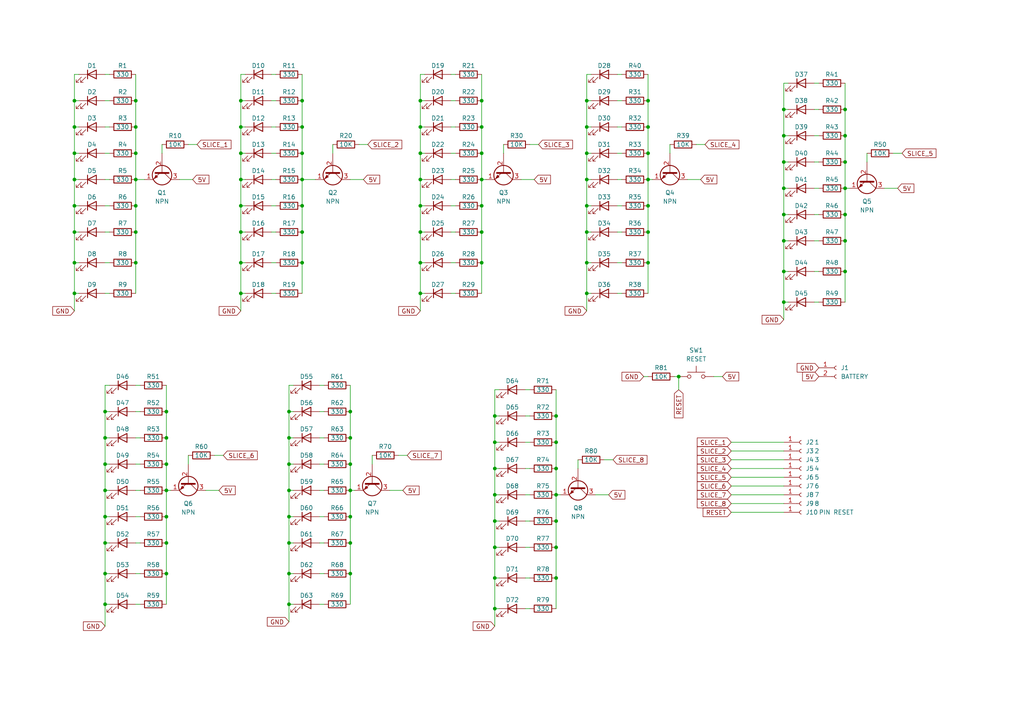
<source format=kicad_sch>
(kicad_sch (version 20211123) (generator eeschema)
  (paper "A4")
  (junction (at 101.6 149.86))
  (junction (at 87.63 36.83))
  (junction (at 227.33 31.75))
  (junction (at 83.82 127))
  (junction (at 83.82 134.62))
  (junction (at 39.37 67.31))
  (junction (at 245.11 46.99))
  (junction (at 30.48 149.86))
  (junction (at 187.96 36.83))
  (junction (at 69.85 44.45))
  (junction (at 69.85 67.31))
  (junction (at 139.7 36.83))
  (junction (at 121.92 59.69))
  (junction (at 87.63 76.2))
  (junction (at 196.85 109.22))
  (junction (at 143.51 176.53))
  (junction (at 161.29 120.65))
  (junction (at 245.11 69.85))
  (junction (at 21.59 36.83))
  (junction (at 170.18 76.2))
  (junction (at 161.29 128.27))
  (junction (at 143.51 151.13))
  (junction (at 39.37 36.83))
  (junction (at 121.92 85.09))
  (junction (at 48.26 119.38))
  (junction (at 21.59 85.09))
  (junction (at 227.33 46.99))
  (junction (at 39.37 44.45))
  (junction (at 30.48 127))
  (junction (at 48.26 142.24))
  (junction (at 161.29 151.13))
  (junction (at 227.33 54.61))
  (junction (at 69.85 36.83))
  (junction (at 245.11 31.75))
  (junction (at 69.85 76.2))
  (junction (at 30.48 166.37))
  (junction (at 101.6 157.48))
  (junction (at 69.85 52.07))
  (junction (at 21.59 59.69))
  (junction (at 48.26 166.37))
  (junction (at 187.96 67.31))
  (junction (at 245.11 39.37))
  (junction (at 143.51 120.65))
  (junction (at 187.96 59.69))
  (junction (at 227.33 69.85))
  (junction (at 48.26 157.48))
  (junction (at 170.18 59.69))
  (junction (at 245.11 54.61))
  (junction (at 139.7 59.69))
  (junction (at 121.92 29.21))
  (junction (at 139.7 76.2))
  (junction (at 143.51 158.75))
  (junction (at 69.85 85.09))
  (junction (at 143.51 128.27))
  (junction (at 170.18 85.09))
  (junction (at 121.92 44.45))
  (junction (at 83.82 175.26))
  (junction (at 227.33 39.37))
  (junction (at 30.48 142.24))
  (junction (at 30.48 157.48))
  (junction (at 83.82 119.38))
  (junction (at 83.82 157.48))
  (junction (at 170.18 52.07))
  (junction (at 170.18 36.83))
  (junction (at 87.63 59.69))
  (junction (at 21.59 52.07))
  (junction (at 30.48 119.38))
  (junction (at 83.82 142.24))
  (junction (at 101.6 119.38))
  (junction (at 139.7 67.31))
  (junction (at 39.37 59.69))
  (junction (at 139.7 29.21))
  (junction (at 30.48 134.62))
  (junction (at 87.63 67.31))
  (junction (at 227.33 62.23))
  (junction (at 48.26 149.86))
  (junction (at 39.37 52.07))
  (junction (at 161.29 143.51))
  (junction (at 21.59 76.2))
  (junction (at 161.29 167.64))
  (junction (at 170.18 29.21))
  (junction (at 101.6 134.62))
  (junction (at 83.82 166.37))
  (junction (at 143.51 167.64))
  (junction (at 143.51 135.89))
  (junction (at 121.92 67.31))
  (junction (at 21.59 44.45))
  (junction (at 245.11 78.74))
  (junction (at 227.33 87.63))
  (junction (at 39.37 76.2))
  (junction (at 83.82 149.86))
  (junction (at 21.59 67.31))
  (junction (at 227.33 78.74))
  (junction (at 69.85 59.69))
  (junction (at 101.6 166.37))
  (junction (at 143.51 143.51))
  (junction (at 101.6 127))
  (junction (at 139.7 52.07))
  (junction (at 139.7 44.45))
  (junction (at 30.48 175.26))
  (junction (at 48.26 134.62))
  (junction (at 170.18 44.45))
  (junction (at 87.63 44.45))
  (junction (at 69.85 29.21))
  (junction (at 121.92 76.2))
  (junction (at 39.37 29.21))
  (junction (at 187.96 29.21))
  (junction (at 21.59 29.21))
  (junction (at 87.63 52.07))
  (junction (at 187.96 52.07))
  (junction (at 87.63 29.21))
  (junction (at 161.29 158.75))
  (junction (at 101.6 142.24))
  (junction (at 121.92 52.07))
  (junction (at 245.11 62.23))
  (junction (at 170.18 67.31))
  (junction (at 121.92 36.83))
  (junction (at 48.26 127))
  (junction (at 187.96 76.2))
  (junction (at 161.29 135.89))
  (junction (at 187.96 44.45))
  (wire (pts (xy 227.33 54.61) (xy 227.33 62.23)))
  (wire (pts (xy 187.96 59.69) (xy 187.96 67.31)))
  (wire (pts (xy 212.09 140.97) (xy 227.33 140.97)))
  (wire (pts (xy 227.33 46.99) (xy 227.33 54.61)))
  (wire (pts (xy 69.85 36.83) (xy 69.85 44.45)))
  (wire (pts (xy 83.82 157.48) (xy 83.82 166.37)))
  (wire (pts (xy 144.78 120.65) (xy 143.51 120.65)))
  (wire (pts (xy 143.51 128.27) (xy 143.51 135.89)))
  (wire (pts (xy 179.07 29.21) (xy 180.34 29.21)))
  (wire (pts (xy 121.92 85.09) (xy 121.92 90.17)))
  (wire (pts (xy 78.74 85.09) (xy 80.01 85.09)))
  (wire (pts (xy 83.82 142.24) (xy 83.82 149.86)))
  (wire (pts (xy 87.63 29.21) (xy 87.63 36.83)))
  (wire (pts (xy 179.07 21.59) (xy 180.34 21.59)))
  (wire (pts (xy 143.51 176.53) (xy 143.51 181.61)))
  (wire (pts (xy 143.51 151.13) (xy 143.51 158.75)))
  (wire (pts (xy 22.86 29.21) (xy 21.59 29.21)))
  (wire (pts (xy 71.12 21.59) (xy 69.85 21.59)))
  (wire (pts (xy 22.86 59.69) (xy 21.59 59.69)))
  (wire (pts (xy 78.74 67.31) (xy 80.01 67.31)))
  (wire (pts (xy 39.37 134.62) (xy 40.64 134.62)))
  (wire (pts (xy 144.78 113.03) (xy 143.51 113.03)))
  (wire (pts (xy 143.51 120.65) (xy 143.51 128.27)))
  (wire (pts (xy 130.81 52.07) (xy 132.08 52.07)))
  (wire (pts (xy 69.85 52.07) (xy 69.85 59.69)))
  (wire (pts (xy 228.6 31.75) (xy 227.33 31.75)))
  (wire (pts (xy 228.6 46.99) (xy 227.33 46.99)))
  (wire (pts (xy 121.92 52.07) (xy 121.92 59.69)))
  (wire (pts (xy 179.07 59.69) (xy 180.34 59.69)))
  (wire (pts (xy 152.4 128.27) (xy 153.67 128.27)))
  (wire (pts (xy 31.75 119.38) (xy 30.48 119.38)))
  (wire (pts (xy 113.03 142.24) (xy 116.84 142.24)))
  (wire (pts (xy 171.45 29.21) (xy 170.18 29.21)))
  (wire (pts (xy 39.37 175.26) (xy 40.64 175.26)))
  (wire (pts (xy 228.6 78.74) (xy 227.33 78.74)))
  (wire (pts (xy 196.85 109.22) (xy 196.85 113.03)))
  (wire (pts (xy 161.29 143.51) (xy 162.56 143.51)))
  (wire (pts (xy 101.6 142.24) (xy 101.6 149.86)))
  (wire (pts (xy 161.29 158.75) (xy 161.29 167.64)))
  (wire (pts (xy 78.74 52.07) (xy 80.01 52.07)))
  (wire (pts (xy 130.81 85.09) (xy 132.08 85.09)))
  (wire (pts (xy 152.4 176.53) (xy 153.67 176.53)))
  (wire (pts (xy 123.19 85.09) (xy 121.92 85.09)))
  (wire (pts (xy 92.71 157.48) (xy 93.98 157.48)))
  (wire (pts (xy 167.64 133.35) (xy 167.64 135.89)))
  (wire (pts (xy 152.4 151.13) (xy 153.67 151.13)))
  (wire (pts (xy 83.82 149.86) (xy 83.82 157.48)))
  (wire (pts (xy 179.07 44.45) (xy 180.34 44.45)))
  (wire (pts (xy 161.29 167.64) (xy 161.29 176.53)))
  (wire (pts (xy 152.4 113.03) (xy 153.67 113.03)))
  (wire (pts (xy 161.29 113.03) (xy 161.29 120.65)))
  (wire (pts (xy 175.26 133.35) (xy 177.8 133.35)))
  (wire (pts (xy 31.75 111.76) (xy 30.48 111.76)))
  (wire (pts (xy 153.67 41.91) (xy 156.21 41.91)))
  (wire (pts (xy 236.22 69.85) (xy 237.49 69.85)))
  (wire (pts (xy 92.71 142.24) (xy 93.98 142.24)))
  (wire (pts (xy 152.4 120.65) (xy 153.67 120.65)))
  (wire (pts (xy 245.11 69.85) (xy 245.11 78.74)))
  (wire (pts (xy 21.59 29.21) (xy 21.59 36.83)))
  (wire (pts (xy 87.63 52.07) (xy 87.63 59.69)))
  (wire (pts (xy 30.48 166.37) (xy 30.48 175.26)))
  (wire (pts (xy 22.86 52.07) (xy 21.59 52.07)))
  (wire (pts (xy 39.37 149.86) (xy 40.64 149.86)))
  (wire (pts (xy 48.26 149.86) (xy 48.26 157.48)))
  (wire (pts (xy 236.22 62.23) (xy 237.49 62.23)))
  (wire (pts (xy 39.37 52.07) (xy 41.91 52.07)))
  (wire (pts (xy 152.4 167.64) (xy 153.67 167.64)))
  (wire (pts (xy 101.6 157.48) (xy 101.6 166.37)))
  (wire (pts (xy 144.78 176.53) (xy 143.51 176.53)))
  (wire (pts (xy 39.37 67.31) (xy 39.37 76.2)))
  (wire (pts (xy 179.07 67.31) (xy 180.34 67.31)))
  (wire (pts (xy 187.96 36.83) (xy 187.96 44.45)))
  (wire (pts (xy 101.6 149.86) (xy 101.6 157.48)))
  (wire (pts (xy 87.63 59.69) (xy 87.63 67.31)))
  (wire (pts (xy 170.18 52.07) (xy 170.18 59.69)))
  (wire (pts (xy 30.48 36.83) (xy 31.75 36.83)))
  (wire (pts (xy 227.33 24.13) (xy 227.33 31.75)))
  (wire (pts (xy 256.54 54.61) (xy 260.35 54.61)))
  (wire (pts (xy 39.37 59.69) (xy 39.37 67.31)))
  (wire (pts (xy 151.13 52.07) (xy 154.94 52.07)))
  (wire (pts (xy 30.48 119.38) (xy 30.48 127)))
  (wire (pts (xy 104.14 41.91) (xy 106.68 41.91)))
  (wire (pts (xy 144.78 151.13) (xy 143.51 151.13)))
  (wire (pts (xy 123.19 29.21) (xy 121.92 29.21)))
  (wire (pts (xy 30.48 134.62) (xy 30.48 142.24)))
  (wire (pts (xy 21.59 67.31) (xy 21.59 76.2)))
  (wire (pts (xy 39.37 52.07) (xy 39.37 59.69)))
  (wire (pts (xy 85.09 111.76) (xy 83.82 111.76)))
  (wire (pts (xy 101.6 52.07) (xy 105.41 52.07)))
  (wire (pts (xy 87.63 67.31) (xy 87.63 76.2)))
  (wire (pts (xy 170.18 29.21) (xy 170.18 36.83)))
  (wire (pts (xy 187.96 21.59) (xy 187.96 29.21)))
  (wire (pts (xy 83.82 119.38) (xy 83.82 127)))
  (wire (pts (xy 212.09 133.35) (xy 227.33 133.35)))
  (wire (pts (xy 39.37 111.76) (xy 40.64 111.76)))
  (wire (pts (xy 62.23 132.08) (xy 64.77 132.08)))
  (wire (pts (xy 236.22 39.37) (xy 237.49 39.37)))
  (wire (pts (xy 139.7 59.69) (xy 139.7 67.31)))
  (wire (pts (xy 85.09 134.62) (xy 83.82 134.62)))
  (wire (pts (xy 39.37 44.45) (xy 39.37 52.07)))
  (wire (pts (xy 245.11 54.61) (xy 245.11 62.23)))
  (wire (pts (xy 21.59 76.2) (xy 21.59 85.09)))
  (wire (pts (xy 172.72 143.51) (xy 176.53 143.51)))
  (wire (pts (xy 92.71 127) (xy 93.98 127)))
  (wire (pts (xy 245.11 46.99) (xy 245.11 54.61)))
  (wire (pts (xy 236.22 78.74) (xy 237.49 78.74)))
  (wire (pts (xy 96.52 41.91) (xy 96.52 44.45)))
  (wire (pts (xy 123.19 52.07) (xy 121.92 52.07)))
  (wire (pts (xy 30.48 44.45) (xy 31.75 44.45)))
  (wire (pts (xy 245.11 54.61) (xy 246.38 54.61)))
  (wire (pts (xy 78.74 36.83) (xy 80.01 36.83)))
  (wire (pts (xy 161.29 151.13) (xy 161.29 158.75)))
  (wire (pts (xy 187.96 52.07) (xy 189.23 52.07)))
  (wire (pts (xy 228.6 87.63) (xy 227.33 87.63)))
  (wire (pts (xy 85.09 142.24) (xy 83.82 142.24)))
  (wire (pts (xy 123.19 76.2) (xy 121.92 76.2)))
  (wire (pts (xy 48.26 142.24) (xy 49.53 142.24)))
  (wire (pts (xy 144.78 128.27) (xy 143.51 128.27)))
  (wire (pts (xy 130.81 21.59) (xy 132.08 21.59)))
  (wire (pts (xy 85.09 119.38) (xy 83.82 119.38)))
  (wire (pts (xy 30.48 21.59) (xy 31.75 21.59)))
  (wire (pts (xy 130.81 76.2) (xy 132.08 76.2)))
  (wire (pts (xy 139.7 52.07) (xy 139.7 59.69)))
  (wire (pts (xy 228.6 62.23) (xy 227.33 62.23)))
  (wire (pts (xy 121.92 21.59) (xy 121.92 29.21)))
  (wire (pts (xy 187.96 52.07) (xy 187.96 59.69)))
  (wire (pts (xy 31.75 142.24) (xy 30.48 142.24)))
  (wire (pts (xy 170.18 44.45) (xy 170.18 52.07)))
  (wire (pts (xy 152.4 135.89) (xy 153.67 135.89)))
  (wire (pts (xy 144.78 158.75) (xy 143.51 158.75)))
  (wire (pts (xy 170.18 67.31) (xy 170.18 76.2)))
  (wire (pts (xy 144.78 135.89) (xy 143.51 135.89)))
  (wire (pts (xy 121.92 59.69) (xy 121.92 67.31)))
  (wire (pts (xy 46.99 41.91) (xy 46.99 44.45)))
  (wire (pts (xy 87.63 36.83) (xy 87.63 44.45)))
  (wire (pts (xy 228.6 39.37) (xy 227.33 39.37)))
  (wire (pts (xy 212.09 135.89) (xy 227.33 135.89)))
  (wire (pts (xy 54.61 132.08) (xy 54.61 134.62)))
  (wire (pts (xy 101.6 111.76) (xy 101.6 119.38)))
  (wire (pts (xy 39.37 142.24) (xy 40.64 142.24)))
  (wire (pts (xy 31.75 149.86) (xy 30.48 149.86)))
  (wire (pts (xy 69.85 29.21) (xy 69.85 36.83)))
  (wire (pts (xy 22.86 44.45) (xy 21.59 44.45)))
  (wire (pts (xy 212.09 146.05) (xy 227.33 146.05)))
  (wire (pts (xy 179.07 36.83) (xy 180.34 36.83)))
  (wire (pts (xy 123.19 36.83) (xy 121.92 36.83)))
  (wire (pts (xy 130.81 59.69) (xy 132.08 59.69)))
  (wire (pts (xy 227.33 87.63) (xy 227.33 92.71)))
  (wire (pts (xy 30.48 157.48) (xy 30.48 166.37)))
  (wire (pts (xy 207.01 109.22) (xy 209.55 109.22)))
  (wire (pts (xy 92.71 119.38) (xy 93.98 119.38)))
  (wire (pts (xy 85.09 175.26) (xy 83.82 175.26)))
  (wire (pts (xy 171.45 44.45) (xy 170.18 44.45)))
  (wire (pts (xy 39.37 157.48) (xy 40.64 157.48)))
  (wire (pts (xy 22.86 21.59) (xy 21.59 21.59)))
  (wire (pts (xy 212.09 138.43) (xy 227.33 138.43)))
  (wire (pts (xy 22.86 67.31) (xy 21.59 67.31)))
  (wire (pts (xy 71.12 59.69) (xy 69.85 59.69)))
  (wire (pts (xy 85.09 166.37) (xy 83.82 166.37)))
  (wire (pts (xy 170.18 85.09) (xy 170.18 90.17)))
  (wire (pts (xy 39.37 119.38) (xy 40.64 119.38)))
  (wire (pts (xy 31.75 166.37) (xy 30.48 166.37)))
  (wire (pts (xy 101.6 119.38) (xy 101.6 127)))
  (wire (pts (xy 71.12 36.83) (xy 69.85 36.83)))
  (wire (pts (xy 31.75 175.26) (xy 30.48 175.26)))
  (wire (pts (xy 130.81 29.21) (xy 132.08 29.21)))
  (wire (pts (xy 71.12 29.21) (xy 69.85 29.21)))
  (wire (pts (xy 161.29 120.65) (xy 161.29 128.27)))
  (wire (pts (xy 83.82 127) (xy 83.82 134.62)))
  (wire (pts (xy 31.75 127) (xy 30.48 127)))
  (wire (pts (xy 236.22 24.13) (xy 237.49 24.13)))
  (wire (pts (xy 54.61 41.91) (xy 57.15 41.91)))
  (wire (pts (xy 171.45 76.2) (xy 170.18 76.2)))
  (wire (pts (xy 227.33 69.85) (xy 227.33 78.74)))
  (wire (pts (xy 170.18 76.2) (xy 170.18 85.09)))
  (wire (pts (xy 171.45 85.09) (xy 170.18 85.09)))
  (wire (pts (xy 83.82 175.26) (xy 83.82 180.34)))
  (wire (pts (xy 143.51 158.75) (xy 143.51 167.64)))
  (wire (pts (xy 21.59 85.09) (xy 21.59 90.17)))
  (wire (pts (xy 199.39 52.07) (xy 203.2 52.07)))
  (wire (pts (xy 161.29 128.27) (xy 161.29 135.89)))
  (wire (pts (xy 161.29 135.89) (xy 161.29 143.51)))
  (wire (pts (xy 101.6 134.62) (xy 101.6 142.24)))
  (wire (pts (xy 69.85 59.69) (xy 69.85 67.31)))
  (wire (pts (xy 179.07 85.09) (xy 180.34 85.09)))
  (wire (pts (xy 170.18 21.59) (xy 170.18 29.21)))
  (wire (pts (xy 143.51 143.51) (xy 143.51 151.13)))
  (wire (pts (xy 139.7 29.21) (xy 139.7 36.83)))
  (wire (pts (xy 121.92 44.45) (xy 121.92 52.07)))
  (wire (pts (xy 48.26 127) (xy 48.26 134.62)))
  (wire (pts (xy 92.71 175.26) (xy 93.98 175.26)))
  (wire (pts (xy 39.37 36.83) (xy 39.37 44.45)))
  (wire (pts (xy 59.69 142.24) (xy 63.5 142.24)))
  (wire (pts (xy 69.85 44.45) (xy 69.85 52.07)))
  (wire (pts (xy 123.19 59.69) (xy 121.92 59.69)))
  (wire (pts (xy 171.45 59.69) (xy 170.18 59.69)))
  (wire (pts (xy 228.6 69.85) (xy 227.33 69.85)))
  (wire (pts (xy 30.48 59.69) (xy 31.75 59.69)))
  (wire (pts (xy 87.63 44.45) (xy 87.63 52.07)))
  (wire (pts (xy 71.12 85.09) (xy 69.85 85.09)))
  (wire (pts (xy 245.11 62.23) (xy 245.11 69.85)))
  (wire (pts (xy 52.07 52.07) (xy 55.88 52.07)))
  (wire (pts (xy 130.81 67.31) (xy 132.08 67.31)))
  (wire (pts (xy 130.81 44.45) (xy 132.08 44.45)))
  (wire (pts (xy 161.29 143.51) (xy 161.29 151.13)))
  (wire (pts (xy 187.96 44.45) (xy 187.96 52.07)))
  (wire (pts (xy 245.11 31.75) (xy 245.11 39.37)))
  (wire (pts (xy 143.51 135.89) (xy 143.51 143.51)))
  (wire (pts (xy 227.33 39.37) (xy 227.33 46.99)))
  (wire (pts (xy 30.48 52.07) (xy 31.75 52.07)))
  (wire (pts (xy 121.92 67.31) (xy 121.92 76.2)))
  (wire (pts (xy 30.48 175.26) (xy 30.48 181.61)))
  (wire (pts (xy 212.09 130.81) (xy 227.33 130.81)))
  (wire (pts (xy 30.48 76.2) (xy 31.75 76.2)))
  (wire (pts (xy 39.37 127) (xy 40.64 127)))
  (wire (pts (xy 83.82 134.62) (xy 83.82 142.24)))
  (wire (pts (xy 48.26 166.37) (xy 48.26 175.26)))
  (wire (pts (xy 78.74 21.59) (xy 80.01 21.59)))
  (wire (pts (xy 101.6 142.24) (xy 102.87 142.24)))
  (wire (pts (xy 201.93 41.91) (xy 204.47 41.91)))
  (wire (pts (xy 236.22 31.75) (xy 237.49 31.75)))
  (wire (pts (xy 121.92 76.2) (xy 121.92 85.09)))
  (wire (pts (xy 101.6 166.37) (xy 101.6 175.26)))
  (wire (pts (xy 143.51 113.03) (xy 143.51 120.65)))
  (wire (pts (xy 139.7 52.07) (xy 140.97 52.07)))
  (wire (pts (xy 171.45 52.07) (xy 170.18 52.07)))
  (wire (pts (xy 139.7 67.31) (xy 139.7 76.2)))
  (wire (pts (xy 87.63 76.2) (xy 87.63 85.09)))
  (wire (pts (xy 31.75 157.48) (xy 30.48 157.48)))
  (wire (pts (xy 48.26 134.62) (xy 48.26 142.24)))
  (wire (pts (xy 87.63 21.59) (xy 87.63 29.21)))
  (wire (pts (xy 171.45 36.83) (xy 170.18 36.83)))
  (wire (pts (xy 30.48 29.21) (xy 31.75 29.21)))
  (wire (pts (xy 78.74 44.45) (xy 80.01 44.45)))
  (wire (pts (xy 78.74 59.69) (xy 80.01 59.69)))
  (wire (pts (xy 87.63 52.07) (xy 91.44 52.07)))
  (wire (pts (xy 212.09 148.59) (xy 227.33 148.59)))
  (wire (pts (xy 69.85 76.2) (xy 69.85 85.09)))
  (wire (pts (xy 227.33 62.23) (xy 227.33 69.85)))
  (wire (pts (xy 245.11 78.74) (xy 245.11 87.63)))
  (wire (pts (xy 228.6 54.61) (xy 227.33 54.61)))
  (wire (pts (xy 236.22 54.61) (xy 237.49 54.61)))
  (wire (pts (xy 48.26 111.76) (xy 48.26 119.38)))
  (wire (pts (xy 39.37 76.2) (xy 39.37 85.09)))
  (wire (pts (xy 212.09 143.51) (xy 227.33 143.51)))
  (wire (pts (xy 187.96 29.21) (xy 187.96 36.83)))
  (wire (pts (xy 30.48 67.31) (xy 31.75 67.31)))
  (wire (pts (xy 78.74 29.21) (xy 80.01 29.21)))
  (wire (pts (xy 83.82 166.37) (xy 83.82 175.26)))
  (wire (pts (xy 171.45 21.59) (xy 170.18 21.59)))
  (wire (pts (xy 92.71 134.62) (xy 93.98 134.62)))
  (wire (pts (xy 22.86 85.09) (xy 21.59 85.09)))
  (wire (pts (xy 227.33 31.75) (xy 227.33 39.37)))
  (wire (pts (xy 152.4 143.51) (xy 153.67 143.51)))
  (wire (pts (xy 22.86 76.2) (xy 21.59 76.2)))
  (wire (pts (xy 21.59 21.59) (xy 21.59 29.21)))
  (wire (pts (xy 48.26 142.24) (xy 48.26 149.86)))
  (wire (pts (xy 212.09 128.27) (xy 227.33 128.27)))
  (wire (pts (xy 187.96 67.31) (xy 187.96 76.2)))
  (wire (pts (xy 69.85 21.59) (xy 69.85 29.21)))
  (wire (pts (xy 121.92 29.21) (xy 121.92 36.83)))
  (wire (pts (xy 195.58 109.22) (xy 196.85 109.22)))
  (wire (pts (xy 245.11 24.13) (xy 245.11 31.75)))
  (wire (pts (xy 179.07 76.2) (xy 180.34 76.2)))
  (wire (pts (xy 30.48 111.76) (xy 30.48 119.38)))
  (wire (pts (xy 39.37 21.59) (xy 39.37 29.21)))
  (wire (pts (xy 85.09 127) (xy 83.82 127)))
  (wire (pts (xy 71.12 52.07) (xy 69.85 52.07)))
  (wire (pts (xy 130.81 36.83) (xy 132.08 36.83)))
  (wire (pts (xy 251.46 44.45) (xy 251.46 46.99)))
  (wire (pts (xy 39.37 166.37) (xy 40.64 166.37)))
  (wire (pts (xy 30.48 85.09) (xy 31.75 85.09)))
  (wire (pts (xy 92.71 111.76) (xy 93.98 111.76)))
  (wire (pts (xy 69.85 67.31) (xy 69.85 76.2)))
  (wire (pts (xy 139.7 44.45) (xy 139.7 52.07)))
  (wire (pts (xy 259.08 44.45) (xy 261.62 44.45)))
  (wire (pts (xy 187.96 76.2) (xy 187.96 85.09)))
  (wire (pts (xy 123.19 44.45) (xy 121.92 44.45)))
  (wire (pts (xy 101.6 127) (xy 101.6 134.62)))
  (wire (pts (xy 85.09 157.48) (xy 83.82 157.48)))
  (wire (pts (xy 139.7 21.59) (xy 139.7 29.21)))
  (wire (pts (xy 92.71 149.86) (xy 93.98 149.86)))
  (wire (pts (xy 139.7 36.83) (xy 139.7 44.45)))
  (wire (pts (xy 186.69 109.22) (xy 187.96 109.22)))
  (wire (pts (xy 21.59 59.69) (xy 21.59 67.31)))
  (wire (pts (xy 30.48 127) (xy 30.48 134.62)))
  (wire (pts (xy 144.78 143.51) (xy 143.51 143.51)))
  (wire (pts (xy 123.19 21.59) (xy 121.92 21.59)))
  (wire (pts (xy 121.92 36.83) (xy 121.92 44.45)))
  (wire (pts (xy 71.12 44.45) (xy 69.85 44.45)))
  (wire (pts (xy 71.12 76.2) (xy 69.85 76.2)))
  (wire (pts (xy 30.48 149.86) (xy 30.48 157.48)))
  (wire (pts (xy 179.07 52.07) (xy 180.34 52.07)))
  (wire (pts (xy 21.59 36.83) (xy 21.59 44.45)))
  (wire (pts (xy 170.18 59.69) (xy 170.18 67.31)))
  (wire (pts (xy 22.86 36.83) (xy 21.59 36.83)))
  (wire (pts (xy 85.09 149.86) (xy 83.82 149.86)))
  (wire (pts (xy 146.05 41.91) (xy 146.05 44.45)))
  (wire (pts (xy 71.12 67.31) (xy 69.85 67.31)))
  (wire (pts (xy 48.26 157.48) (xy 48.26 166.37)))
  (wire (pts (xy 115.57 132.08) (xy 118.11 132.08)))
  (wire (pts (xy 245.11 39.37) (xy 245.11 46.99)))
  (wire (pts (xy 236.22 46.99) (xy 237.49 46.99)))
  (wire (pts (xy 236.22 87.63) (xy 237.49 87.63)))
  (wire (pts (xy 21.59 44.45) (xy 21.59 52.07)))
  (wire (pts (xy 170.18 36.83) (xy 170.18 44.45)))
  (wire (pts (xy 143.51 167.64) (xy 143.51 176.53)))
  (wire (pts (xy 48.26 119.38) (xy 48.26 127)))
  (wire (pts (xy 171.45 67.31) (xy 170.18 67.31)))
  (wire (pts (xy 83.82 111.76) (xy 83.82 119.38)))
  (wire (pts (xy 152.4 158.75) (xy 153.67 158.75)))
  (wire (pts (xy 21.59 52.07) (xy 21.59 59.69)))
  (wire (pts (xy 144.78 167.64) (xy 143.51 167.64)))
  (wire (pts (xy 123.19 67.31) (xy 121.92 67.31)))
  (wire (pts (xy 30.48 142.24) (xy 30.48 149.86)))
  (wire (pts (xy 39.37 29.21) (xy 39.37 36.83)))
  (wire (pts (xy 139.7 76.2) (xy 139.7 85.09)))
  (wire (pts (xy 227.33 78.74) (xy 227.33 87.63)))
  (wire (pts (xy 78.74 76.2) (xy 80.01 76.2)))
  (wire (pts (xy 194.31 41.91) (xy 194.31 44.45)))
  (wire (pts (xy 31.75 134.62) (xy 30.48 134.62)))
  (wire (pts (xy 92.71 166.37) (xy 93.98 166.37)))
  (wire (pts (xy 107.95 132.08) (xy 107.95 134.62)))
  (wire (pts (xy 228.6 24.13) (xy 227.33 24.13)))
  (wire (pts (xy 69.85 85.09) (xy 69.85 90.17)))
  (global_label "GND" (shape input) (at 69.85 90.17 180) (property "Intersheet References" "${INTERSHEET_REFS}" (effects hide)))
  (global_label "5V" (shape input) (at 116.84 142.24 0) (property "Intersheet References" "${INTERSHEET_REFS}" (effects hide)))
  (global_label "SLICE_6" (shape input) (at 212.09 140.97 180) (property "Intersheet References" "${INTERSHEET_REFS}" (effects hide)))
  (global_label "SLICE_5" (shape input) (at 261.62 44.45 0) (property "Intersheet References" "${INTERSHEET_REFS}" (effects hide)))
  (global_label "GND" (shape input) (at 237.49 106.68 180) (property "Intersheet References" "${INTERSHEET_REFS}" (effects hide)))
  (global_label "RESET" (shape input) (at 196.85 113.03 270) (property "Intersheet References" "${INTERSHEET_REFS}" (effects hide)))
  (global_label "SLICE_6" (shape input) (at 64.77 132.08 0) (property "Intersheet References" "${INTERSHEET_REFS}" (effects hide)))
  (global_label "SLICE_3" (shape input) (at 212.09 133.35 180) (property "Intersheet References" "${INTERSHEET_REFS}" (effects hide)))
  (global_label "GND" (shape input) (at 30.48 181.61 180) (property "Intersheet References" "${INTERSHEET_REFS}" (effects hide)))
  (global_label "5V" (shape input) (at 203.2 52.07 0) (property "Intersheet References" "${INTERSHEET_REFS}" (effects hide)))
  (global_label "SLICE_8" (shape input) (at 212.09 146.05 180) (property "Intersheet References" "${INTERSHEET_REFS}" (effects hide)))
  (global_label "5V" (shape input) (at 63.5 142.24 0) (property "Intersheet References" "${INTERSHEET_REFS}" (effects hide)))
  (global_label "5V" (shape input) (at 176.53 143.51 0) (property "Intersheet References" "${INTERSHEET_REFS}" (effects hide)))
  (global_label "5V" (shape input) (at 154.94 52.07 0) (property "Intersheet References" "${INTERSHEET_REFS}" (effects hide)))
  (global_label "GND" (shape input) (at 227.33 92.71 180) (property "Intersheet References" "${INTERSHEET_REFS}" (effects hide)))
  (global_label "5V" (shape input) (at 209.55 109.22 0) (property "Intersheet References" "${INTERSHEET_REFS}" (effects hide)))
  (global_label "GND" (shape input) (at 121.92 90.17 180) (property "Intersheet References" "${INTERSHEET_REFS}" (effects hide)))
  (global_label "SLICE_2" (shape input) (at 212.09 130.81 180) (property "Intersheet References" "${INTERSHEET_REFS}" (effects hide)))
  (global_label "GND" (shape input) (at 83.82 180.34 180) (property "Intersheet References" "${INTERSHEET_REFS}" (effects hide)))
  (global_label "GND" (shape input) (at 143.51 181.61 180) (property "Intersheet References" "${INTERSHEET_REFS}" (effects hide)))
  (global_label "5V" (shape input) (at 260.35 54.61 0) (property "Intersheet References" "${INTERSHEET_REFS}" (effects hide)))
  (global_label "SLICE_1" (shape input) (at 57.15 41.91 0) (property "Intersheet References" "${INTERSHEET_REFS}" (effects hide)))
  (global_label "SLICE_3" (shape input) (at 156.21 41.91 0) (property "Intersheet References" "${INTERSHEET_REFS}" (effects hide)))
  (global_label "SLICE_4" (shape input) (at 204.47 41.91 0) (property "Intersheet References" "${INTERSHEET_REFS}" (effects hide)))
  (global_label "SLICE_8" (shape input) (at 177.8 133.35 0) (property "Intersheet References" "${INTERSHEET_REFS}" (effects hide)))
  (global_label "5V" (shape input) (at 237.49 109.22 180) (property "Intersheet References" "${INTERSHEET_REFS}" (effects hide)))
  (global_label "SLICE_4" (shape input) (at 212.09 135.89 180) (property "Intersheet References" "${INTERSHEET_REFS}" (effects hide)))
  (global_label "SLICE_1" (shape input) (at 212.09 128.27 180) (property "Intersheet References" "${INTERSHEET_REFS}" (effects hide)))
  (global_label "5V" (shape input) (at 55.88 52.07 0) (property "Intersheet References" "${INTERSHEET_REFS}" (effects hide)))
  (global_label "GND" (shape input) (at 186.69 109.22 180) (property "Intersheet References" "${INTERSHEET_REFS}" (effects hide)))
  (global_label "SLICE_2" (shape input) (at 106.68 41.91 0) (property "Intersheet References" "${INTERSHEET_REFS}" (effects hide)))
  (global_label "SLICE_5" (shape input) (at 212.09 138.43 180) (property "Intersheet References" "${INTERSHEET_REFS}" (effects hide)))
  (global_label "RESET" (shape input) (at 212.09 148.59 180) (property "Intersheet References" "${INTERSHEET_REFS}" (effects hide)))
  (global_label "GND" (shape input) (at 21.59 90.17 180) (property "Intersheet References" "${INTERSHEET_REFS}" (effects hide)))
  (global_label "GND" (shape input) (at 170.18 90.17 180) (property "Intersheet References" "${INTERSHEET_REFS}" (effects hide)))
  (global_label "SLICE_7" (shape input) (at 118.11 132.08 0) (property "Intersheet References" "${INTERSHEET_REFS}" (effects hide)))
  (global_label "SLICE_7" (shape input) (at 212.09 143.51 180) (property "Intersheet References" "${INTERSHEET_REFS}" (effects hide)))
  (global_label "5V" (shape input) (at 105.41 52.07 0) (property "Intersheet References" "${INTERSHEET_REFS}" (effects hide)))
  (symbol (lib_id "Device:R") (at 97.79 149.86 90) (unit 1)
    (property "Reference" "R66" (at 97.79 147.32 90))
    (property "Value" "330" (at 97.79 149.86 90))
    (property "Footprint" "Resistor_THT:R_Axial_DIN0204_L3.6mm_D1.6mm_P7.62mm_Horizontal" (effects hide))
  )
  (symbol (lib_id "Device:LED") (at 232.41 87.63 0) (unit 1)
    (property "Reference" "D45" (at 232.41 85.09 0))
    (property "Value" "LED" (effects hide))
    (property "Footprint" "LED_THT:LED_D5.0mm" (effects hide))
  )
  (symbol (lib_id "Device:LED") (at 127 29.21 0) (unit 1)
    (property "Reference" "D20" (at 127 26.67 0))
    (property "Value" "LED" (effects hide))
    (property "Footprint" "LED_THT:LED_D5.0mm" (effects hide))
  )
  (symbol (lib_id "Device:Q_NPN_EBC") (at 167.64 140.97 270) (unit 1)
    (property "Reference" "Q8" (at 167.64 147.32 90))
    (property "Value" "NPN" (at 167.64 149.86 90))
    (property "Footprint" "Package_TO_SOT_THT:TO-92_HandSolder" (effects hide))
  )
  (symbol (lib_id "Device:R") (at 149.86 41.91 90) (unit 1)
    (property "Reference" "R30" (at 149.86 39.37 90))
    (property "Value" "10K" (at 149.86 41.91 90))
    (property "Footprint" "Resistor_THT:R_Axial_DIN0204_L3.6mm_D1.6mm_P7.62mm_Horizontal" (effects hide))
  )
  (symbol (lib_id "Device:R") (at 198.12 41.91 90) (unit 1)
    (property "Reference" "R39" (at 198.12 39.37 90))
    (property "Value" "10K" (at 198.12 41.91 90))
    (property "Footprint" "Resistor_THT:R_Axial_DIN0204_L3.6mm_D1.6mm_P7.62mm_Horizontal" (effects hide))
  )
  (symbol (lib_id "Device:R") (at 97.79 111.76 90) (unit 1)
    (property "Reference" "R61" (at 97.79 109.22 90))
    (property "Value" "330" (at 97.79 111.76 90))
    (property "Footprint" "Resistor_THT:R_Axial_DIN0204_L3.6mm_D1.6mm_P7.62mm_Horizontal" (effects hide))
  )
  (symbol (lib_id "Device:LED") (at 127 76.2 0) (unit 1)
    (property "Reference" "D26" (at 127 73.66 0))
    (property "Value" "LED" (effects hide))
    (property "Footprint" "LED_THT:LED_D5.0mm" (effects hide))
  )
  (symbol (lib_id "Device:LED") (at 175.26 29.21 0) (unit 1)
    (property "Reference" "D29" (at 175.26 26.67 0))
    (property "Value" "LED" (effects hide))
    (property "Footprint" "LED_THT:LED_D5.0mm" (effects hide))
  )
  (symbol (lib_id "Device:R") (at 241.3 87.63 90) (unit 1)
    (property "Reference" "R49" (at 241.3 85.09 90))
    (property "Value" "330" (at 241.3 87.63 90))
    (property "Footprint" "Resistor_THT:R_Axial_DIN0204_L3.6mm_D1.6mm_P7.62mm_Horizontal" (effects hide))
  )
  (symbol (lib_id "Device:R") (at 135.89 52.07 90) (unit 1)
    (property "Reference" "R25" (at 135.89 49.53 90))
    (property "Value" "330" (at 135.89 52.07 90))
    (property "Footprint" "Resistor_THT:R_Axial_DIN0204_L3.6mm_D1.6mm_P7.62mm_Horizontal" (effects hide))
  )
  (symbol (lib_id "Device:LED") (at 74.93 52.07 0) (unit 1)
    (property "Reference" "D14" (at 74.93 49.53 0))
    (property "Value" "LED" (effects hide))
    (property "Footprint" "LED_THT:LED_D5.0mm" (effects hide))
  )
  (symbol (lib_id "Connector:Conn_01x01_Female") (at 232.41 140.97 0) (unit 1)
    (property "Reference" "J7" (at 233.68 140.97 0) (effects (justify left)))
    (property "Value" "6" (at 236.22 140.97 0) (effects (justify left)))
    (property "Footprint" "Connector_PinHeader_2.54mm:PinHeader_1x01_P2.54mm_Vertical" (effects hide))
  )
  (symbol (lib_id "Device:R") (at 44.45 111.76 90) (unit 1)
    (property "Reference" "R51" (at 44.45 109.22 90))
    (property "Value" "330" (at 44.45 111.76 90))
    (property "Footprint" "Resistor_THT:R_Axial_DIN0204_L3.6mm_D1.6mm_P7.62mm_Horizontal" (effects hide))
  )
  (symbol (lib_id "Device:LED") (at 26.67 44.45 0) (unit 1)
    (property "Reference" "D4" (at 26.67 41.91 0))
    (property "Value" "LED" (effects hide))
    (property "Footprint" "LED_THT:LED_D5.0mm" (effects hide))
  )
  (symbol (lib_id "Device:LED") (at 127 36.83 0) (unit 1)
    (property "Reference" "D21" (at 127 34.29 0))
    (property "Value" "LED" (effects hide))
    (property "Footprint" "LED_THT:LED_D5.0mm" (effects hide))
  )
  (symbol (lib_id "Device:Q_NPN_EBC") (at 96.52 49.53 270) (unit 1)
    (property "Reference" "Q2" (at 96.52 55.88 90))
    (property "Value" "NPN" (at 96.52 58.42 90))
    (property "Footprint" "Package_TO_SOT_THT:TO-92_HandSolder" (effects hide))
  )
  (symbol (lib_id "Connector:Conn_01x01_Female") (at 232.41 143.51 0) (unit 1)
    (property "Reference" "J8" (at 233.68 143.51 0) (effects (justify left)))
    (property "Value" "7" (at 236.22 143.51 0) (effects (justify left)))
    (property "Footprint" "Connector_PinHeader_2.54mm:PinHeader_1x01_P2.54mm_Vertical" (effects hide))
  )
  (symbol (lib_id "Device:LED") (at 88.9 111.76 0) (unit 1)
    (property "Reference" "D55" (at 88.9 109.22 0))
    (property "Value" "LED" (effects hide))
    (property "Footprint" "LED_THT:LED_D5.0mm" (effects hide))
  )
  (symbol (lib_id "Device:R") (at 97.79 142.24 90) (unit 1)
    (property "Reference" "R65" (at 97.79 139.7 90))
    (property "Value" "330" (at 97.79 142.24 90))
    (property "Footprint" "Resistor_THT:R_Axial_DIN0204_L3.6mm_D1.6mm_P7.62mm_Horizontal" (effects hide))
  )
  (symbol (lib_id "Device:R") (at 157.48 135.89 90) (unit 1)
    (property "Reference" "R74" (at 157.48 133.35 90))
    (property "Value" "330" (at 157.48 135.89 90))
    (property "Footprint" "Resistor_THT:R_Axial_DIN0204_L3.6mm_D1.6mm_P7.62mm_Horizontal" (effects hide))
  )
  (symbol (lib_id "Device:R") (at 97.79 166.37 90) (unit 1)
    (property "Reference" "R68" (at 97.79 163.83 90))
    (property "Value" "330" (at 97.79 166.37 90))
    (property "Footprint" "Resistor_THT:R_Axial_DIN0204_L3.6mm_D1.6mm_P7.62mm_Horizontal" (effects hide))
  )
  (symbol (lib_id "Device:LED") (at 175.26 76.2 0) (unit 1)
    (property "Reference" "D35" (at 175.26 73.66 0))
    (property "Value" "LED" (effects hide))
    (property "Footprint" "LED_THT:LED_D5.0mm" (effects hide))
  )
  (symbol (lib_id "Device:LED") (at 232.41 54.61 0) (unit 1)
    (property "Reference" "D41" (at 232.41 52.07 0))
    (property "Value" "LED" (effects hide))
    (property "Footprint" "LED_THT:LED_D5.0mm" (effects hide))
  )
  (symbol (lib_id "Device:R") (at 184.15 52.07 90) (unit 1)
    (property "Reference" "R34" (at 184.15 49.53 90))
    (property "Value" "330" (at 184.15 52.07 90))
    (property "Footprint" "Resistor_THT:R_Axial_DIN0204_L3.6mm_D1.6mm_P7.62mm_Horizontal" (effects hide))
  )
  (symbol (lib_id "Device:R") (at 44.45 175.26 90) (unit 1)
    (property "Reference" "R59" (at 44.45 172.72 90))
    (property "Value" "330" (at 44.45 175.26 90))
    (property "Footprint" "Resistor_THT:R_Axial_DIN0204_L3.6mm_D1.6mm_P7.62mm_Horizontal" (effects hide))
  )
  (symbol (lib_id "Device:R") (at 255.27 44.45 90) (unit 1)
    (property "Reference" "R50" (at 255.27 41.91 90))
    (property "Value" "10K" (at 255.27 44.45 90))
    (property "Footprint" "Resistor_THT:R_Axial_DIN0204_L3.6mm_D1.6mm_P7.62mm_Horizontal" (effects hide))
  )
  (symbol (lib_id "Device:R") (at 157.48 120.65 90) (unit 1)
    (property "Reference" "R72" (at 157.48 118.11 90))
    (property "Value" "330" (at 157.48 120.65 90))
    (property "Footprint" "Resistor_THT:R_Axial_DIN0204_L3.6mm_D1.6mm_P7.62mm_Horizontal" (effects hide))
  )
  (symbol (lib_id "Connector:Conn_01x01_Female") (at 232.41 133.35 0) (unit 1)
    (property "Reference" "J4" (at 233.68 133.35 0) (effects (justify left)))
    (property "Value" "3" (at 236.22 133.35 0) (effects (justify left)))
    (property "Footprint" "Connector_PinHeader_2.54mm:PinHeader_1x01_P2.54mm_Vertical" (effects hide))
  )
  (symbol (lib_id "Device:R") (at 97.79 134.62 90) (unit 1)
    (property "Reference" "R64" (at 97.79 132.08 90))
    (property "Value" "330" (at 97.79 134.62 90))
    (property "Footprint" "Resistor_THT:R_Axial_DIN0204_L3.6mm_D1.6mm_P7.62mm_Horizontal" (effects hide))
  )
  (symbol (lib_id "Device:R") (at 44.45 134.62 90) (unit 1)
    (property "Reference" "R54" (at 44.45 132.08 90))
    (property "Value" "330" (at 44.45 134.62 90))
    (property "Footprint" "Resistor_THT:R_Axial_DIN0204_L3.6mm_D1.6mm_P7.62mm_Horizontal" (effects hide))
  )
  (symbol (lib_id "Device:R") (at 83.82 76.2 90) (unit 1)
    (property "Reference" "R18" (at 83.82 73.66 90))
    (property "Value" "330" (at 83.82 76.2 90))
    (property "Footprint" "Resistor_THT:R_Axial_DIN0204_L3.6mm_D1.6mm_P7.62mm_Horizontal" (effects hide))
  )
  (symbol (lib_id "Device:R") (at 241.3 62.23 90) (unit 1)
    (property "Reference" "R46" (at 241.3 59.69 90))
    (property "Value" "330" (at 241.3 62.23 90))
    (property "Footprint" "Resistor_THT:R_Axial_DIN0204_L3.6mm_D1.6mm_P7.62mm_Horizontal" (effects hide))
  )
  (symbol (lib_id "Device:R") (at 184.15 85.09 90) (unit 1)
    (property "Reference" "R38" (at 184.15 82.55 90))
    (property "Value" "330" (at 184.15 85.09 90))
    (property "Footprint" "Resistor_THT:R_Axial_DIN0204_L3.6mm_D1.6mm_P7.62mm_Horizontal" (effects hide))
  )
  (symbol (lib_id "Connector:Conn_01x01_Female") (at 232.41 130.81 0) (unit 1)
    (property "Reference" "J3" (at 233.68 130.81 0) (effects (justify left)))
    (property "Value" "2" (at 236.22 130.81 0) (effects (justify left)))
    (property "Footprint" "Connector_PinHeader_2.54mm:PinHeader_1x01_P2.54mm_Vertical" (effects hide))
  )
  (symbol (lib_id "Device:R") (at 184.15 59.69 90) (unit 1)
    (property "Reference" "R35" (at 184.15 57.15 90))
    (property "Value" "330" (at 184.15 59.69 90))
    (property "Footprint" "Resistor_THT:R_Axial_DIN0204_L3.6mm_D1.6mm_P7.62mm_Horizontal" (effects hide))
  )
  (symbol (lib_id "Device:LED") (at 74.93 36.83 0) (unit 1)
    (property "Reference" "D12" (at 74.93 34.29 0))
    (property "Value" "LED" (effects hide))
    (property "Footprint" "LED_THT:LED_D5.0mm" (effects hide))
  )
  (symbol (lib_id "Device:LED") (at 148.59 135.89 0) (unit 1)
    (property "Reference" "D67" (at 148.59 133.35 0))
    (property "Value" "LED" (effects hide))
    (property "Footprint" "LED_THT:LED_D5.0mm" (effects hide))
  )
  (symbol (lib_id "Device:LED") (at 74.93 85.09 0) (unit 1)
    (property "Reference" "D18" (at 74.93 82.55 0))
    (property "Value" "LED" (effects hide))
    (property "Footprint" "LED_THT:LED_D5.0mm" (effects hide))
  )
  (symbol (lib_id "Device:R") (at 100.33 41.91 90) (unit 1)
    (property "Reference" "R20" (at 100.33 39.37 90))
    (property "Value" "10K" (at 100.33 41.91 90))
    (property "Footprint" "Resistor_THT:R_Axial_DIN0204_L3.6mm_D1.6mm_P7.62mm_Horizontal" (effects hide))
  )
  (symbol (lib_id "Device:LED") (at 26.67 85.09 0) (unit 1)
    (property "Reference" "D9" (at 26.67 82.55 0))
    (property "Value" "LED" (effects hide))
    (property "Footprint" "LED_THT:LED_D5.0mm" (effects hide))
  )
  (symbol (lib_id "Device:Q_NPN_EBC") (at 194.31 49.53 270) (unit 1)
    (property "Reference" "Q4" (at 194.31 55.88 90))
    (property "Value" "NPN" (at 194.31 58.42 90))
    (property "Footprint" "Package_TO_SOT_THT:TO-92_HandSolder" (effects hide))
  )
  (symbol (lib_id "Connector:Conn_01x01_Female") (at 232.41 128.27 0) (unit 1)
    (property "Reference" "J2" (at 233.68 128.27 0) (effects (justify left)))
    (property "Value" "1" (at 236.22 128.27 0) (effects (justify left)))
    (property "Footprint" "Connector_PinHeader_2.54mm:PinHeader_1x01_P2.54mm_Vertical" (effects hide))
  )
  (symbol (lib_id "Device:LED") (at 35.56 142.24 0) (unit 1)
    (property "Reference" "D50" (at 35.56 139.7 0))
    (property "Value" "LED" (effects hide))
    (property "Footprint" "LED_THT:LED_D5.0mm" (effects hide))
  )
  (symbol (lib_id "Device:LED") (at 232.41 69.85 0) (unit 1)
    (property "Reference" "D43" (at 232.41 67.31 0))
    (property "Value" "LED" (effects hide))
    (property "Footprint" "LED_THT:LED_D5.0mm" (effects hide))
  )
  (symbol (lib_id "Device:R") (at 241.3 24.13 90) (unit 1)
    (property "Reference" "R41" (at 241.3 21.59 90))
    (property "Value" "330" (at 241.3 24.13 90))
    (property "Footprint" "Resistor_THT:R_Axial_DIN0204_L3.6mm_D1.6mm_P7.62mm_Horizontal" (effects hide))
  )
  (symbol (lib_id "Connector:Conn_01x01_Female") (at 232.41 135.89 0) (unit 1)
    (property "Reference" "J5" (at 233.68 135.89 0) (effects (justify left)))
    (property "Value" "4" (at 236.22 135.89 0) (effects (justify left)))
    (property "Footprint" "Connector_PinHeader_2.54mm:PinHeader_1x01_P2.54mm_Vertical" (effects hide))
  )
  (symbol (lib_id "Device:LED") (at 175.26 59.69 0) (unit 1)
    (property "Reference" "D33" (at 175.26 57.15 0))
    (property "Value" "LED" (effects hide))
    (property "Footprint" "LED_THT:LED_D5.0mm" (effects hide))
  )
  (symbol (lib_id "Device:R") (at 35.56 76.2 90) (unit 1)
    (property "Reference" "R8" (at 35.56 73.66 90))
    (property "Value" "330" (at 35.56 76.2 90))
    (property "Footprint" "Resistor_THT:R_Axial_DIN0204_L3.6mm_D1.6mm_P7.62mm_Horizontal" (effects hide))
  )
  (symbol (lib_id "Device:R") (at 83.82 44.45 90) (unit 1)
    (property "Reference" "R14" (at 83.82 41.91 90))
    (property "Value" "330" (at 83.82 44.45 90))
    (property "Footprint" "Resistor_THT:R_Axial_DIN0204_L3.6mm_D1.6mm_P7.62mm_Horizontal" (effects hide))
  )
  (symbol (lib_id "Device:Q_NPN_EBC") (at 146.05 49.53 270) (unit 1)
    (property "Reference" "Q3" (at 146.05 55.88 90))
    (property "Value" "NPN" (at 146.05 58.42 90))
    (property "Footprint" "Package_TO_SOT_THT:TO-92_HandSolder" (effects hide))
  )
  (symbol (lib_id "Device:LED") (at 175.26 36.83 0) (unit 1)
    (property "Reference" "D30" (at 175.26 34.29 0))
    (property "Value" "LED" (effects hide))
    (property "Footprint" "LED_THT:LED_D5.0mm" (effects hide))
  )
  (symbol (lib_id "Device:R") (at 44.45 166.37 90) (unit 1)
    (property "Reference" "R58" (at 44.45 163.83 90))
    (property "Value" "330" (at 44.45 166.37 90))
    (property "Footprint" "Resistor_THT:R_Axial_DIN0204_L3.6mm_D1.6mm_P7.62mm_Horizontal" (effects hide))
  )
  (symbol (lib_id "Device:R") (at 83.82 52.07 90) (unit 1)
    (property "Reference" "R15" (at 83.82 49.53 90))
    (property "Value" "330" (at 83.82 52.07 90))
    (property "Footprint" "Resistor_THT:R_Axial_DIN0204_L3.6mm_D1.6mm_P7.62mm_Horizontal" (effects hide))
  )
  (symbol (lib_id "Device:LED") (at 232.41 62.23 0) (unit 1)
    (property "Reference" "D42" (at 232.41 59.69 0))
    (property "Value" "LED" (effects hide))
    (property "Footprint" "LED_THT:LED_D5.0mm" (effects hide))
  )
  (symbol (lib_id "Device:R") (at 83.82 29.21 90) (unit 1)
    (property "Reference" "R12" (at 83.82 26.67 90))
    (property "Value" "330" (at 83.82 29.21 90))
    (property "Footprint" "Resistor_THT:R_Axial_DIN0204_L3.6mm_D1.6mm_P7.62mm_Horizontal" (effects hide))
  )
  (symbol (lib_id "Device:LED") (at 88.9 166.37 0) (unit 1)
    (property "Reference" "D62" (at 88.9 163.83 0))
    (property "Value" "LED" (effects hide))
    (property "Footprint" "LED_THT:LED_D5.0mm" (effects hide))
  )
  (symbol (lib_id "Device:LED") (at 148.59 120.65 0) (unit 1)
    (property "Reference" "D65" (at 148.59 118.11 0))
    (property "Value" "LED" (effects hide))
    (property "Footprint" "LED_THT:LED_D5.0mm" (effects hide))
  )
  (symbol (lib_id "Device:LED") (at 26.67 36.83 0) (unit 1)
    (property "Reference" "D3" (at 26.67 34.29 0))
    (property "Value" "LED" (effects hide))
    (property "Footprint" "LED_THT:LED_D5.0mm" (effects hide))
  )
  (symbol (lib_id "Device:LED") (at 127 85.09 0) (unit 1)
    (property "Reference" "D27" (at 127 82.55 0))
    (property "Value" "LED" (effects hide))
    (property "Footprint" "LED_THT:LED_D5.0mm" (effects hide))
  )
  (symbol (lib_id "Device:R") (at 35.56 67.31 90) (unit 1)
    (property "Reference" "R7" (at 35.56 64.77 90))
    (property "Value" "330" (at 35.56 67.31 90))
    (property "Footprint" "Resistor_THT:R_Axial_DIN0204_L3.6mm_D1.6mm_P7.62mm_Horizontal" (effects hide))
  )
  (symbol (lib_id "Connector:Conn_01x01_Female") (at 232.41 146.05 0) (unit 1)
    (property "Reference" "J9" (at 233.68 146.05 0) (effects (justify left)))
    (property "Value" "8" (at 236.22 146.05 0) (effects (justify left)))
    (property "Footprint" "Connector_PinHeader_2.54mm:PinHeader_1x01_P2.54mm_Vertical" (effects hide))
  )
  (symbol (lib_id "Device:R") (at 44.45 142.24 90) (unit 1)
    (property "Reference" "R55" (at 44.45 139.7 90))
    (property "Value" "330" (at 44.45 142.24 90))
    (property "Footprint" "Resistor_THT:R_Axial_DIN0204_L3.6mm_D1.6mm_P7.62mm_Horizontal" (effects hide))
  )
  (symbol (lib_id "Device:LED") (at 148.59 151.13 0) (unit 1)
    (property "Reference" "D69" (at 148.59 148.59 0))
    (property "Value" "LED" (effects hide))
    (property "Footprint" "LED_THT:LED_D5.0mm" (effects hide))
  )
  (symbol (lib_id "Device:LED") (at 148.59 167.64 0) (unit 1)
    (property "Reference" "D71" (at 148.59 165.1 0))
    (property "Value" "LED" (effects hide))
    (property "Footprint" "LED_THT:LED_D5.0mm" (effects hide))
  )
  (symbol (lib_id "Device:LED") (at 175.26 67.31 0) (unit 1)
    (property "Reference" "D34" (at 175.26 64.77 0))
    (property "Value" "LED" (effects hide))
    (property "Footprint" "LED_THT:LED_D5.0mm" (effects hide))
  )
  (symbol (lib_id "Device:LED") (at 35.56 127 0) (unit 1)
    (property "Reference" "D48" (at 35.56 124.46 0))
    (property "Value" "LED" (effects hide))
    (property "Footprint" "LED_THT:LED_D5.0mm" (effects hide))
  )
  (symbol (lib_id "Device:R") (at 44.45 127 90) (unit 1)
    (property "Reference" "R53" (at 44.45 124.46 90))
    (property "Value" "330" (at 44.45 127 90))
    (property "Footprint" "Resistor_THT:R_Axial_DIN0204_L3.6mm_D1.6mm_P7.62mm_Horizontal" (effects hide))
  )
  (symbol (lib_id "Device:LED") (at 232.41 31.75 0) (unit 1)
    (property "Reference" "D38" (at 232.41 29.21 0))
    (property "Value" "LED" (effects hide))
    (property "Footprint" "LED_THT:LED_D5.0mm" (effects hide))
  )
  (symbol (lib_id "Device:LED") (at 232.41 39.37 0) (unit 1)
    (property "Reference" "D39" (at 232.41 36.83 0))
    (property "Value" "LED" (effects hide))
    (property "Footprint" "LED_THT:LED_D5.0mm" (effects hide))
  )
  (symbol (lib_id "Device:LED") (at 127 52.07 0) (unit 1)
    (property "Reference" "D23" (at 127 49.53 0))
    (property "Value" "LED" (effects hide))
    (property "Footprint" "LED_THT:LED_D5.0mm" (effects hide))
  )
  (symbol (lib_id "Device:R") (at 157.48 176.53 90) (unit 1)
    (property "Reference" "R79" (at 157.48 173.99 90))
    (property "Value" "330" (at 157.48 176.53 90))
    (property "Footprint" "Resistor_THT:R_Axial_DIN0204_L3.6mm_D1.6mm_P7.62mm_Horizontal" (effects hide))
  )
  (symbol (lib_id "Device:LED") (at 148.59 143.51 0) (unit 1)
    (property "Reference" "D68" (at 148.59 140.97 0))
    (property "Value" "LED" (effects hide))
    (property "Footprint" "LED_THT:LED_D5.0mm" (effects hide))
  )
  (symbol (lib_id "Device:LED") (at 26.67 29.21 0) (unit 1)
    (property "Reference" "D2" (at 26.67 26.67 0))
    (property "Value" "LED" (effects hide))
    (property "Footprint" "LED_THT:LED_D5.0mm" (effects hide))
  )
  (symbol (lib_id "Device:R") (at 35.56 52.07 90) (unit 1)
    (property "Reference" "R5" (at 35.56 49.53 90))
    (property "Value" "330" (at 35.56 52.07 90))
    (property "Footprint" "Resistor_THT:R_Axial_DIN0204_L3.6mm_D1.6mm_P7.62mm_Horizontal" (effects hide))
  )
  (symbol (lib_id "Device:LED") (at 35.56 166.37 0) (unit 1)
    (property "Reference" "D53" (at 35.56 163.83 0))
    (property "Value" "LED" (effects hide))
    (property "Footprint" "LED_THT:LED_D5.0mm" (effects hide))
  )
  (symbol (lib_id "Device:Q_NPN_EBC") (at 251.46 52.07 270) (unit 1)
    (property "Reference" "Q5" (at 251.46 58.42 90))
    (property "Value" "NPN" (at 251.46 60.96 90))
    (property "Footprint" "Package_TO_SOT_THT:TO-92_HandSolder" (effects hide))
  )
  (symbol (lib_id "Device:R") (at 135.89 36.83 90) (unit 1)
    (property "Reference" "R23" (at 135.89 34.29 90))
    (property "Value" "330" (at 135.89 36.83 90))
    (property "Footprint" "Resistor_THT:R_Axial_DIN0204_L3.6mm_D1.6mm_P7.62mm_Horizontal" (effects hide))
  )
  (symbol (lib_id "Device:R") (at 58.42 132.08 90) (unit 1)
    (property "Reference" "R60" (at 58.42 129.54 90))
    (property "Value" "10K" (at 58.42 132.08 90))
    (property "Footprint" "Resistor_THT:R_Axial_DIN0204_L3.6mm_D1.6mm_P7.62mm_Horizontal" (effects hide))
  )
  (symbol (lib_id "Device:R") (at 241.3 39.37 90) (unit 1)
    (property "Reference" "R43" (at 241.3 36.83 90))
    (property "Value" "330" (at 241.3 39.37 90))
    (property "Footprint" "Resistor_THT:R_Axial_DIN0204_L3.6mm_D1.6mm_P7.62mm_Horizontal" (effects hide))
  )
  (symbol (lib_id "Device:LED") (at 26.67 21.59 0) (unit 1)
    (property "Reference" "D1" (at 26.67 19.05 0))
    (property "Value" "LED" (effects hide))
    (property "Footprint" "LED_THT:LED_D5.0mm" (effects hide))
  )
  (symbol (lib_id "Device:LED") (at 175.26 21.59 0) (unit 1)
    (property "Reference" "D28" (at 175.26 19.05 0))
    (property "Value" "LED" (effects hide))
    (property "Footprint" "LED_THT:LED_D5.0mm" (effects hide))
  )
  (symbol (lib_id "Device:R") (at 157.48 128.27 90) (unit 1)
    (property "Reference" "R73" (at 157.48 125.73 90))
    (property "Value" "330" (at 157.48 128.27 90))
    (property "Footprint" "Resistor_THT:R_Axial_DIN0204_L3.6mm_D1.6mm_P7.62mm_Horizontal" (effects hide))
  )
  (symbol (lib_id "Device:R") (at 50.8 41.91 90) (unit 1)
    (property "Reference" "R10" (at 50.8 39.37 90))
    (property "Value" "10K" (at 50.8 41.91 90))
    (property "Footprint" "Resistor_THT:R_Axial_DIN0204_L3.6mm_D1.6mm_P7.62mm_Horizontal" (effects hide))
  )
  (symbol (lib_id "Device:LED") (at 88.9 134.62 0) (unit 1)
    (property "Reference" "D58" (at 88.9 132.08 0))
    (property "Value" "LED" (effects hide))
    (property "Footprint" "LED_THT:LED_D5.0mm" (effects hide))
  )
  (symbol (lib_id "Device:Q_NPN_EBC") (at 54.61 139.7 270) (unit 1)
    (property "Reference" "Q6" (at 54.61 146.05 90))
    (property "Value" "NPN" (at 54.61 148.59 90))
    (property "Footprint" "Package_TO_SOT_THT:TO-92_HandSolder" (effects hide))
  )
  (symbol (lib_id "Device:LED") (at 74.93 76.2 0) (unit 1)
    (property "Reference" "D17" (at 74.93 73.66 0))
    (property "Value" "LED" (effects hide))
    (property "Footprint" "LED_THT:LED_D5.0mm" (effects hide))
  )
  (symbol (lib_id "Device:R") (at 35.56 21.59 90) (unit 1)
    (property "Reference" "R1" (at 35.56 19.05 90))
    (property "Value" "330" (at 35.56 21.59 90))
    (property "Footprint" "Resistor_THT:R_Axial_DIN0204_L3.6mm_D1.6mm_P7.62mm_Horizontal" (effects hide))
  )
  (symbol (lib_id "Device:LED") (at 232.41 46.99 0) (unit 1)
    (property "Reference" "D40" (at 232.41 44.45 0))
    (property "Value" "LED" (effects hide))
    (property "Footprint" "LED_THT:LED_D5.0mm" (effects hide))
  )
  (symbol (lib_id "Device:R") (at 135.89 44.45 90) (unit 1)
    (property "Reference" "R24" (at 135.89 41.91 90))
    (property "Value" "330" (at 135.89 44.45 90))
    (property "Footprint" "Resistor_THT:R_Axial_DIN0204_L3.6mm_D1.6mm_P7.62mm_Horizontal" (effects hide))
  )
  (symbol (lib_id "Device:LED") (at 88.9 149.86 0) (unit 1)
    (property "Reference" "D60" (at 88.9 147.32 0))
    (property "Value" "LED" (effects hide))
    (property "Footprint" "LED_THT:LED_D5.0mm" (effects hide))
  )
  (symbol (lib_id "Device:LED") (at 74.93 67.31 0) (unit 1)
    (property "Reference" "D16" (at 74.93 64.77 0))
    (property "Value" "LED" (effects hide))
    (property "Footprint" "LED_THT:LED_D5.0mm" (effects hide))
  )
  (symbol (lib_id "Device:R") (at 35.56 85.09 90) (unit 1)
    (property "Reference" "R9" (at 35.56 82.55 90))
    (property "Value" "330" (at 35.56 85.09 90))
    (property "Footprint" "Resistor_THT:R_Axial_DIN0204_L3.6mm_D1.6mm_P7.62mm_Horizontal" (effects hide))
  )
  (symbol (lib_id "Connector:Conn_01x01_Female") (at 232.41 148.59 0) (unit 1)
    (property "Reference" "J10" (at 233.68 148.59 0) (effects (justify left)))
    (property "Value" "PIN RESET" (at 237.49 148.59 0) (effects (justify left)))
    (property "Footprint" "Connector_PinHeader_2.54mm:PinHeader_1x01_P2.54mm_Vertical" (effects hide))
  )
  (symbol (lib_id "Device:R") (at 184.15 36.83 90) (unit 1)
    (property "Reference" "R32" (at 184.15 34.29 90))
    (property "Value" "330" (at 184.15 36.83 90))
    (property "Footprint" "Resistor_THT:R_Axial_DIN0204_L3.6mm_D1.6mm_P7.62mm_Horizontal" (effects hide))
  )
  (symbol (lib_id "Device:LED") (at 74.93 59.69 0) (unit 1)
    (property "Reference" "D15" (at 74.93 57.15 0))
    (property "Value" "LED" (effects hide))
    (property "Footprint" "LED_THT:LED_D5.0mm" (effects hide))
  )
  (symbol (lib_id "Device:R") (at 157.48 158.75 90) (unit 1)
    (property "Reference" "R77" (at 157.48 156.21 90))
    (property "Value" "330" (at 157.48 158.75 90))
    (property "Footprint" "Resistor_THT:R_Axial_DIN0204_L3.6mm_D1.6mm_P7.62mm_Horizontal" (effects hide))
  )
  (symbol (lib_id "Device:Q_NPN_EBC") (at 107.95 139.7 270) (unit 1)
    (property "Reference" "Q7" (at 107.95 146.05 90))
    (property "Value" "NPN" (at 107.95 148.59 90))
    (property "Footprint" "Package_TO_SOT_THT:TO-92_HandSolder" (effects hide))
  )
  (symbol (lib_id "Device:R") (at 83.82 59.69 90) (unit 1)
    (property "Reference" "R16" (at 83.82 57.15 90))
    (property "Value" "330" (at 83.82 59.69 90))
    (property "Footprint" "Resistor_THT:R_Axial_DIN0204_L3.6mm_D1.6mm_P7.62mm_Horizontal" (effects hide))
  )
  (symbol (lib_id "Connector:Conn_01x02_Female") (at 242.57 106.68 0) (unit 1)
    (property "Reference" "J1" (at 243.84 106.6799 0) (effects (justify left)))
    (property "Value" "BATTERY" (at 243.84 109.2199 0) (effects (justify left)))
    (property "Footprint" "TerminalBlock:TerminalBlock_bornier-2_P5.08mm" (effects hide))
  )
  (symbol (lib_id "Device:Q_NPN_EBC") (at 46.99 49.53 270) (unit 1)
    (property "Reference" "Q1" (at 46.99 55.88 90))
    (property "Value" "NPN" (at 46.99 58.42 90))
    (property "Footprint" "Package_TO_SOT_THT:TO-92_HandSolder" (effects hide))
  )
  (symbol (lib_id "Device:R") (at 135.89 76.2 90) (unit 1)
    (property "Reference" "R28" (at 135.89 73.66 90))
    (property "Value" "330" (at 135.89 76.2 90))
    (property "Footprint" "Resistor_THT:R_Axial_DIN0204_L3.6mm_D1.6mm_P7.62mm_Horizontal" (effects hide))
  )
  (symbol (lib_id "Device:LED") (at 148.59 158.75 0) (unit 1)
    (property "Reference" "D70" (at 148.59 156.21 0))
    (property "Value" "LED" (effects hide))
    (property "Footprint" "LED_THT:LED_D5.0mm" (effects hide))
  )
  (symbol (lib_id "Device:R") (at 184.15 21.59 90) (unit 1)
    (property "Reference" "R40" (at 184.15 19.05 90))
    (property "Value" "330" (at 184.15 21.59 90))
    (property "Footprint" "Resistor_THT:R_Axial_DIN0204_L3.6mm_D1.6mm_P7.62mm_Horizontal" (effects hide))
  )
  (symbol (lib_id "Device:LED") (at 88.9 157.48 0) (unit 1)
    (property "Reference" "D61" (at 88.9 154.94 0))
    (property "Value" "LED" (effects hide))
    (property "Footprint" "LED_THT:LED_D5.0mm" (effects hide))
  )
  (symbol (lib_id "Device:LED") (at 35.56 149.86 0) (unit 1)
    (property "Reference" "D51" (at 35.56 147.32 0))
    (property "Value" "LED" (effects hide))
    (property "Footprint" "LED_THT:LED_D5.0mm" (effects hide))
  )
  (symbol (lib_id "Device:R") (at 184.15 29.21 90) (unit 1)
    (property "Reference" "R31" (at 184.15 26.67 90))
    (property "Value" "330" (at 184.15 29.21 90))
    (property "Footprint" "Resistor_THT:R_Axial_DIN0204_L3.6mm_D1.6mm_P7.62mm_Horizontal" (effects hide))
  )
  (symbol (lib_id "Device:R") (at 157.48 143.51 90) (unit 1)
    (property "Reference" "R75" (at 157.48 140.97 90))
    (property "Value" "330" (at 157.48 143.51 90))
    (property "Footprint" "Resistor_THT:R_Axial_DIN0204_L3.6mm_D1.6mm_P7.62mm_Horizontal" (effects hide))
  )
  (symbol (lib_id "Device:R") (at 97.79 157.48 90) (unit 1)
    (property "Reference" "R67" (at 97.79 154.94 90))
    (property "Value" "330" (at 97.79 157.48 90))
    (property "Footprint" "Resistor_THT:R_Axial_DIN0204_L3.6mm_D1.6mm_P7.62mm_Horizontal" (effects hide))
  )
  (symbol (lib_id "Device:R") (at 135.89 29.21 90) (unit 1)
    (property "Reference" "R22" (at 135.89 26.67 90))
    (property "Value" "330" (at 135.89 29.21 90))
    (property "Footprint" "Resistor_THT:R_Axial_DIN0204_L3.6mm_D1.6mm_P7.62mm_Horizontal" (effects hide))
  )
  (symbol (lib_id "Device:LED") (at 35.56 111.76 0) (unit 1)
    (property "Reference" "D46" (at 35.56 109.22 0))
    (property "Value" "LED" (effects hide))
    (property "Footprint" "LED_THT:LED_D5.0mm" (effects hide))
  )
  (symbol (lib_id "Device:R") (at 184.15 67.31 90) (unit 1)
    (property "Reference" "R36" (at 184.15 64.77 90))
    (property "Value" "330" (at 184.15 67.31 90))
    (property "Footprint" "Resistor_THT:R_Axial_DIN0204_L3.6mm_D1.6mm_P7.62mm_Horizontal" (effects hide))
  )
  (symbol (lib_id "Device:LED") (at 74.93 29.21 0) (unit 1)
    (property "Reference" "D11" (at 74.93 26.67 0))
    (property "Value" "LED" (effects hide))
    (property "Footprint" "LED_THT:LED_D5.0mm" (effects hide))
  )
  (symbol (lib_id "Device:LED") (at 35.56 134.62 0) (unit 1)
    (property "Reference" "D49" (at 35.56 132.08 0))
    (property "Value" "LED" (effects hide))
    (property "Footprint" "LED_THT:LED_D5.0mm" (effects hide))
  )
  (symbol (lib_id "Device:R") (at 157.48 151.13 90) (unit 1)
    (property "Reference" "R76" (at 157.48 148.59 90))
    (property "Value" "330" (at 157.48 151.13 90))
    (property "Footprint" "Resistor_THT:R_Axial_DIN0204_L3.6mm_D1.6mm_P7.62mm_Horizontal" (effects hide))
  )
  (symbol (lib_id "Device:R") (at 241.3 31.75 90) (unit 1)
    (property "Reference" "R42" (at 241.3 29.21 90))
    (property "Value" "330" (at 241.3 31.75 90))
    (property "Footprint" "Resistor_THT:R_Axial_DIN0204_L3.6mm_D1.6mm_P7.62mm_Horizontal" (effects hide))
  )
  (symbol (lib_id "Device:LED") (at 26.67 67.31 0) (unit 1)
    (property "Reference" "D7" (at 26.67 64.77 0))
    (property "Value" "LED" (effects hide))
    (property "Footprint" "LED_THT:LED_D5.0mm" (effects hide))
  )
  (symbol (lib_id "Device:LED") (at 26.67 76.2 0) (unit 1)
    (property "Reference" "D8" (at 26.67 73.66 0))
    (property "Value" "LED" (effects hide))
    (property "Footprint" "LED_THT:LED_D5.0mm" (effects hide))
  )
  (symbol (lib_id "Device:LED") (at 148.59 128.27 0) (unit 1)
    (property "Reference" "D66" (at 148.59 125.73 0))
    (property "Value" "LED" (effects hide))
    (property "Footprint" "LED_THT:LED_D5.0mm" (effects hide))
  )
  (symbol (lib_id "Device:R") (at 97.79 119.38 90) (unit 1)
    (property "Reference" "R62" (at 97.79 116.84 90))
    (property "Value" "330" (at 97.79 119.38 90))
    (property "Footprint" "Resistor_THT:R_Axial_DIN0204_L3.6mm_D1.6mm_P7.62mm_Horizontal" (effects hide))
  )
  (symbol (lib_id "Device:R") (at 191.77 109.22 90) (unit 1)
    (property "Reference" "R81" (at 191.77 106.68 90))
    (property "Value" "10K" (at 191.77 109.22 90))
    (property "Footprint" "Resistor_THT:R_Axial_DIN0204_L3.6mm_D1.6mm_P7.62mm_Horizontal" (effects hide))
  )
  (symbol (lib_id "Device:LED") (at 74.93 44.45 0) (unit 1)
    (property "Reference" "D13" (at 74.93 41.91 0))
    (property "Value" "LED" (effects hide))
    (property "Footprint" "LED_THT:LED_D5.0mm" (effects hide))
  )
  (symbol (lib_id "Device:R") (at 35.56 44.45 90) (unit 1)
    (property "Reference" "R4" (at 35.56 41.91 90))
    (property "Value" "330" (at 35.56 44.45 90))
    (property "Footprint" "Resistor_THT:R_Axial_DIN0204_L3.6mm_D1.6mm_P7.62mm_Horizontal" (effects hide))
  )
  (symbol (lib_id "Device:LED") (at 175.26 52.07 0) (unit 1)
    (property "Reference" "D32" (at 175.26 49.53 0))
    (property "Value" "LED" (effects hide))
    (property "Footprint" "LED_THT:LED_D5.0mm" (effects hide))
  )
  (symbol (lib_id "Device:R") (at 111.76 132.08 90) (unit 1)
    (property "Reference" "R70" (at 111.76 129.54 90))
    (property "Value" "10K" (at 111.76 132.08 90))
    (property "Footprint" "Resistor_THT:R_Axial_DIN0204_L3.6mm_D1.6mm_P7.62mm_Horizontal" (effects hide))
  )
  (symbol (lib_id "Device:LED") (at 35.56 157.48 0) (unit 1)
    (property "Reference" "D52" (at 35.56 154.94 0))
    (property "Value" "LED" (effects hide))
    (property "Footprint" "LED_THT:LED_D5.0mm" (effects hide))
  )
  (symbol (lib_id "Device:R") (at 241.3 78.74 90) (unit 1)
    (property "Reference" "R48" (at 241.3 76.2 90))
    (property "Value" "330" (at 241.3 78.74 90))
    (property "Footprint" "Resistor_THT:R_Axial_DIN0204_L3.6mm_D1.6mm_P7.62mm_Horizontal" (effects hide))
  )
  (symbol (lib_id "Device:R") (at 241.3 54.61 90) (unit 1)
    (property "Reference" "R45" (at 241.3 52.07 90))
    (property "Value" "330" (at 241.3 54.61 90))
    (property "Footprint" "Resistor_THT:R_Axial_DIN0204_L3.6mm_D1.6mm_P7.62mm_Horizontal" (effects hide))
  )
  (symbol (lib_id "Device:R") (at 97.79 127 90) (unit 1)
    (property "Reference" "R63" (at 97.79 124.46 90))
    (property "Value" "330" (at 97.79 127 90))
    (property "Footprint" "Resistor_THT:R_Axial_DIN0204_L3.6mm_D1.6mm_P7.62mm_Horizontal" (effects hide))
  )
  (symbol (lib_id "Device:R") (at 135.89 67.31 90) (unit 1)
    (property "Reference" "R27" (at 135.89 64.77 90))
    (property "Value" "330" (at 135.89 67.31 90))
    (property "Footprint" "Resistor_THT:R_Axial_DIN0204_L3.6mm_D1.6mm_P7.62mm_Horizontal" (effects hide))
  )
  (symbol (lib_id "Device:R") (at 157.48 113.03 90) (unit 1)
    (property "Reference" "R71" (at 157.48 110.49 90))
    (property "Value" "330" (at 157.48 113.03 90))
    (property "Footprint" "Resistor_THT:R_Axial_DIN0204_L3.6mm_D1.6mm_P7.62mm_Horizontal" (effects hide))
  )
  (symbol (lib_id "Device:LED") (at 148.59 113.03 0) (unit 1)
    (property "Reference" "D64" (at 148.59 110.49 0))
    (property "Value" "LED" (effects hide))
    (property "Footprint" "LED_THT:LED_D5.0mm" (effects hide))
  )
  (symbol (lib_id "Device:R") (at 83.82 36.83 90) (unit 1)
    (property "Reference" "R13" (at 83.82 34.29 90))
    (property "Value" "330" (at 83.82 36.83 90))
    (property "Footprint" "Resistor_THT:R_Axial_DIN0204_L3.6mm_D1.6mm_P7.62mm_Horizontal" (effects hide))
  )
  (symbol (lib_id "Device:R") (at 83.82 85.09 90) (unit 1)
    (property "Reference" "R19" (at 83.82 82.55 90))
    (property "Value" "330" (at 83.82 85.09 90))
    (property "Footprint" "Resistor_THT:R_Axial_DIN0204_L3.6mm_D1.6mm_P7.62mm_Horizontal" (effects hide))
  )
  (symbol (lib_id "Device:LED") (at 88.9 142.24 0) (unit 1)
    (property "Reference" "D59" (at 88.9 139.7 0))
    (property "Value" "LED" (effects hide))
    (property "Footprint" "LED_THT:LED_D5.0mm" (effects hide))
  )
  (symbol (lib_id "Device:R") (at 44.45 119.38 90) (unit 1)
    (property "Reference" "R52" (at 44.45 116.84 90))
    (property "Value" "330" (at 44.45 119.38 90))
    (property "Footprint" "Resistor_THT:R_Axial_DIN0204_L3.6mm_D1.6mm_P7.62mm_Horizontal" (effects hide))
  )
  (symbol (lib_id "Device:R") (at 241.3 69.85 90) (unit 1)
    (property "Reference" "R47" (at 241.3 67.31 90))
    (property "Value" "330" (at 241.3 69.85 90))
    (property "Footprint" "Resistor_THT:R_Axial_DIN0204_L3.6mm_D1.6mm_P7.62mm_Horizontal" (effects hide))
  )
  (symbol (lib_id "Device:R") (at 83.82 21.59 90) (unit 1)
    (property "Reference" "R11" (at 83.82 19.05 90))
    (property "Value" "330" (at 83.82 21.59 90))
    (property "Footprint" "Resistor_THT:R_Axial_DIN0204_L3.6mm_D1.6mm_P7.62mm_Horizontal" (effects hide))
  )
  (symbol (lib_id "Device:LED") (at 127 59.69 0) (unit 1)
    (property "Reference" "D24" (at 127 57.15 0))
    (property "Value" "LED" (effects hide))
    (property "Footprint" "LED_THT:LED_D5.0mm" (effects hide))
  )
  (symbol (lib_id "Device:LED") (at 232.41 24.13 0) (unit 1)
    (property "Reference" "D37" (at 232.41 21.59 0))
    (property "Value" "LED" (effects hide))
    (property "Footprint" "LED_THT:LED_D5.0mm" (effects hide))
  )
  (symbol (lib_id "Device:LED") (at 88.9 175.26 0) (unit 1)
    (property "Reference" "D63" (at 88.9 172.72 0))
    (property "Value" "LED" (effects hide))
    (property "Footprint" "LED_THT:LED_D5.0mm" (effects hide))
  )
  (symbol (lib_id "Device:LED") (at 35.56 175.26 0) (unit 1)
    (property "Reference" "D54" (at 35.56 172.72 0))
    (property "Value" "LED" (effects hide))
    (property "Footprint" "LED_THT:LED_D5.0mm" (effects hide))
  )
  (symbol (lib_id "Device:LED") (at 175.26 44.45 0) (unit 1)
    (property "Reference" "D31" (at 175.26 41.91 0))
    (property "Value" "LED" (effects hide))
    (property "Footprint" "LED_THT:LED_D5.0mm" (effects hide))
  )
  (symbol (lib_id "Device:R") (at 241.3 46.99 90) (unit 1)
    (property "Reference" "R44" (at 241.3 44.45 90))
    (property "Value" "330" (at 241.3 46.99 90))
    (property "Footprint" "Resistor_THT:R_Axial_DIN0204_L3.6mm_D1.6mm_P7.62mm_Horizontal" (effects hide))
  )
  (symbol (lib_id "Device:R") (at 35.56 29.21 90) (unit 1)
    (property "Reference" "R2" (at 35.56 26.67 90))
    (property "Value" "330" (at 35.56 29.21 90))
    (property "Footprint" "Resistor_THT:R_Axial_DIN0204_L3.6mm_D1.6mm_P7.62mm_Horizontal" (effects hide))
  )
  (symbol (lib_id "Device:LED") (at 35.56 119.38 0) (unit 1)
    (property "Reference" "D47" (at 35.56 116.84 0))
    (property "Value" "LED" (effects hide))
    (property "Footprint" "LED_THT:LED_D5.0mm" (effects hide))
  )
  (symbol (lib_id "Device:R") (at 44.45 157.48 90) (unit 1)
    (property "Reference" "R57" (at 44.45 154.94 90))
    (property "Value" "330" (at 44.45 157.48 90))
    (property "Footprint" "Resistor_THT:R_Axial_DIN0204_L3.6mm_D1.6mm_P7.62mm_Horizontal" (effects hide))
  )
  (symbol (lib_id "Device:LED") (at 127 21.59 0) (unit 1)
    (property "Reference" "D19" (at 127 19.05 0))
    (property "Value" "LED" (effects hide))
    (property "Footprint" "LED_THT:LED_D5.0mm" (effects hide))
  )
  (symbol (lib_id "Device:LED") (at 88.9 127 0) (unit 1)
    (property "Reference" "D57" (at 88.9 124.46 0))
    (property "Value" "LED" (effects hide))
    (property "Footprint" "LED_THT:LED_D5.0mm" (effects hide))
  )
  (symbol (lib_id "Device:LED") (at 74.93 21.59 0) (unit 1)
    (property "Reference" "D10" (at 74.93 19.05 0))
    (property "Value" "LED" (effects hide))
    (property "Footprint" "LED_THT:LED_D5.0mm" (effects hide))
  )
  (symbol (lib_id "Device:R") (at 83.82 67.31 90) (unit 1)
    (property "Reference" "R17" (at 83.82 64.77 90))
    (property "Value" "330" (at 83.82 67.31 90))
    (property "Footprint" "Resistor_THT:R_Axial_DIN0204_L3.6mm_D1.6mm_P7.62mm_Horizontal" (effects hide))
  )
  (symbol (lib_id "Device:LED") (at 26.67 59.69 0) (unit 1)
    (property "Reference" "D6" (at 26.67 57.15 0))
    (property "Value" "LED" (effects hide))
    (property "Footprint" "LED_THT:LED_D5.0mm" (effects hide))
  )
  (symbol (lib_id "Device:R") (at 35.56 36.83 90) (unit 1)
    (property "Reference" "R3" (at 35.56 34.29 90))
    (property "Value" "330" (at 35.56 36.83 90))
    (property "Footprint" "Resistor_THT:R_Axial_DIN0204_L3.6mm_D1.6mm_P7.62mm_Horizontal" (effects hide))
  )
  (symbol (lib_id "Device:R") (at 171.45 133.35 90) (unit 1)
    (property "Reference" "R80" (at 171.45 130.81 90))
    (property "Value" "10K" (at 171.45 133.35 90))
    (property "Footprint" "Resistor_THT:R_Axial_DIN0204_L3.6mm_D1.6mm_P7.62mm_Horizontal" (effects hide))
  )
  (symbol (lib_id "Device:LED") (at 175.26 85.09 0) (unit 1)
    (property "Reference" "D36" (at 175.26 82.55 0))
    (property "Value" "LED" (effects hide))
    (property "Footprint" "LED_THT:LED_D5.0mm" (effects hide))
  )
  (symbol (lib_id "Device:LED") (at 127 67.31 0) (unit 1)
    (property "Reference" "D25" (at 127 64.77 0))
    (property "Value" "LED" (effects hide))
    (property "Footprint" "LED_THT:LED_D5.0mm" (effects hide))
  )
  (symbol (lib_id "Device:LED") (at 148.59 176.53 0) (unit 1)
    (property "Reference" "D72" (at 148.59 173.99 0))
    (property "Value" "LED" (effects hide))
    (property "Footprint" "LED_THT:LED_D5.0mm" (effects hide))
  )
  (symbol (lib_id "Connector:Conn_01x01_Female") (at 232.41 138.43 0) (unit 1)
    (property "Reference" "J6" (at 233.68 138.43 0) (effects (justify left)))
    (property "Value" "5" (at 236.22 138.43 0) (effects (justify left)))
    (property "Footprint" "Connector_PinHeader_2.54mm:PinHeader_1x01_P2.54mm_Vertical" (effects hide))
  )
  (symbol (lib_id "Device:R") (at 35.56 59.69 90) (unit 1)
    (property "Reference" "R6" (at 35.56 57.15 90))
    (property "Value" "330" (at 35.56 59.69 90))
    (property "Footprint" "Resistor_THT:R_Axial_DIN0204_L3.6mm_D1.6mm_P7.62mm_Horizontal" (effects hide))
  )
  (symbol (lib_id "Device:LED") (at 232.41 78.74 0) (unit 1)
    (property "Reference" "D44" (at 232.41 76.2 0))
    (property "Value" "LED" (effects hide))
    (property "Footprint" "LED_THT:LED_D5.0mm" (effects hide))
  )
  (symbol (lib_id "Device:R") (at 184.15 44.45 90) (unit 1)
    (property "Reference" "R33" (at 184.15 41.91 90))
    (property "Value" "330" (at 184.15 44.45 90))
    (property "Footprint" "Resistor_THT:R_Axial_DIN0204_L3.6mm_D1.6mm_P7.62mm_Horizontal" (effects hide))
  )
  (symbol (lib_id "Device:R") (at 97.79 175.26 90) (unit 1)
    (property "Reference" "R69" (at 97.79 172.72 90))
    (property "Value" "330" (at 97.79 175.26 90))
    (property "Footprint" "Resistor_THT:R_Axial_DIN0204_L3.6mm_D1.6mm_P7.62mm_Horizontal" (effects hide))
  )
  (symbol (lib_id "Device:R") (at 184.15 76.2 90) (unit 1)
    (property "Reference" "R37" (at 184.15 73.66 90))
    (property "Value" "330" (at 184.15 76.2 90))
    (property "Footprint" "Resistor_THT:R_Axial_DIN0204_L3.6mm_D1.6mm_P7.62mm_Horizontal" (effects hide))
  )
  (symbol (lib_id "Switch:SW_Push") (at 201.93 109.22 0) (unit 1)
    (property "Reference" "SW1" (at 201.93 101.6 0))
    (property "Value" "RESET" (at 201.93 104.14 0))
    (property "Footprint" "Button_Switch_SMD:SW_SPST_CK_RS282G05A3" (effects hide))
  )
  (symbol (lib_id "Device:LED") (at 127 44.45 0) (unit 1)
    (property "Reference" "D22" (at 127 41.91 0))
    (property "Value" "LED" (effects hide))
    (property "Footprint" "LED_THT:LED_D5.0mm" (effects hide))
  )
  (symbol (lib_id "Device:R") (at 135.89 59.69 90) (unit 1)
    (property "Reference" "R26" (at 135.89 57.15 90))
    (property "Value" "330" (at 135.89 59.69 90))
    (property "Footprint" "Resistor_THT:R_Axial_DIN0204_L3.6mm_D1.6mm_P7.62mm_Horizontal" (effects hide))
  )
  (symbol (lib_id "Device:R") (at 44.45 149.86 90) (unit 1)
    (property "Reference" "R56" (at 44.45 147.32 90))
    (property "Value" "330" (at 44.45 149.86 90))
    (property "Footprint" "Resistor_THT:R_Axial_DIN0204_L3.6mm_D1.6mm_P7.62mm_Horizontal" (effects hide))
  )
  (symbol (lib_id "Device:R") (at 157.48 167.64 90) (unit 1)
    (property "Reference" "R78" (at 157.48 165.1 90))
    (property "Value" "330" (at 157.48 167.64 90))
    (property "Footprint" "Resistor_THT:R_Axial_DIN0204_L3.6mm_D1.6mm_P7.62mm_Horizontal" (effects hide))
  )
  (symbol (lib_id "Device:R") (at 135.89 21.59 90) (unit 1)
    (property "Reference" "R21" (at 135.89 19.05 90))
    (property "Value" "330" (at 135.89 21.59 90))
    (property "Footprint" "Resistor_THT:R_Axial_DIN0204_L3.6mm_D1.6mm_P7.62mm_Horizontal" (effects hide))
  )
  (symbol (lib_id "Device:R") (at 135.89 85.09 90) (unit 1)
    (property "Reference" "R29" (at 135.89 82.55 90))
    (property "Value" "330" (at 135.89 85.09 90))
    (property "Footprint" "Resistor_THT:R_Axial_DIN0204_L3.6mm_D1.6mm_P7.62mm_Horizontal" (effects hide))
  )
  (symbol (lib_id "Device:LED") (at 88.9 119.38 0) (unit 1)
    (property "Reference" "D56" (at 88.9 116.84 0))
    (property "Value" "LED" (effects hide))
    (property "Footprint" "LED_THT:LED_D5.0mm" (effects hide))
  )
  (symbol (lib_id "Device:LED") (at 26.67 52.07 0) (unit 1)
    (property "Reference" "D5" (at 26.67 49.53 0))
    (property "Value" "LED" (effects hide))
    (property "Footprint" "LED_THT:LED_D5.0mm" (effects hide))
  )
)
</source>
